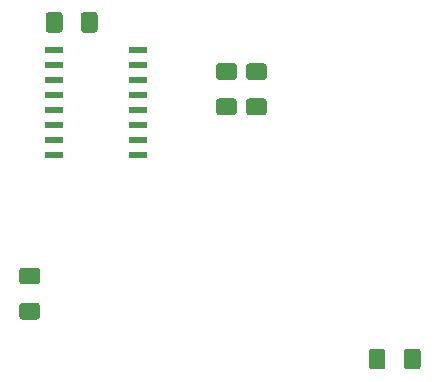
<source format=gbr>
G04 #@! TF.GenerationSoftware,KiCad,Pcbnew,5.1.6-1.fc32*
G04 #@! TF.CreationDate,2020-06-02T17:43:18-04:00*
G04 #@! TF.ProjectId,binarydispattiny,62696e61-7279-4646-9973-70617474696e,0.3*
G04 #@! TF.SameCoordinates,Original*
G04 #@! TF.FileFunction,Paste,Bot*
G04 #@! TF.FilePolarity,Positive*
%FSLAX46Y46*%
G04 Gerber Fmt 4.6, Leading zero omitted, Abs format (unit mm)*
G04 Created by KiCad (PCBNEW 5.1.6-1.fc32) date 2020-06-02 17:43:18*
%MOMM*%
%LPD*%
G01*
G04 APERTURE LIST*
%ADD10R,1.500000X0.600000*%
G04 APERTURE END LIST*
D10*
X124898500Y-82804000D03*
X124898500Y-84074000D03*
X124898500Y-85344000D03*
X124898500Y-86614000D03*
X124898500Y-87884000D03*
X124898500Y-89154000D03*
X124898500Y-90424000D03*
X124898500Y-91694000D03*
X117798500Y-91694000D03*
X117798500Y-90424000D03*
X117798500Y-89154000D03*
X117798500Y-87884000D03*
X117798500Y-86614000D03*
X117798500Y-85344000D03*
X117798500Y-84074000D03*
X117798500Y-82804000D03*
G36*
G01*
X134271860Y-86888620D02*
X135521860Y-86888620D01*
G75*
G02*
X135771860Y-87138620I0J-250000D01*
G01*
X135771860Y-88063620D01*
G75*
G02*
X135521860Y-88313620I-250000J0D01*
G01*
X134271860Y-88313620D01*
G75*
G02*
X134021860Y-88063620I0J250000D01*
G01*
X134021860Y-87138620D01*
G75*
G02*
X134271860Y-86888620I250000J0D01*
G01*
G37*
G36*
G01*
X134271860Y-83913620D02*
X135521860Y-83913620D01*
G75*
G02*
X135771860Y-84163620I0J-250000D01*
G01*
X135771860Y-85088620D01*
G75*
G02*
X135521860Y-85338620I-250000J0D01*
G01*
X134271860Y-85338620D01*
G75*
G02*
X134021860Y-85088620I0J250000D01*
G01*
X134021860Y-84163620D01*
G75*
G02*
X134271860Y-83913620I250000J0D01*
G01*
G37*
G36*
G01*
X115072000Y-104191100D02*
X116322000Y-104191100D01*
G75*
G02*
X116572000Y-104441100I0J-250000D01*
G01*
X116572000Y-105366100D01*
G75*
G02*
X116322000Y-105616100I-250000J0D01*
G01*
X115072000Y-105616100D01*
G75*
G02*
X114822000Y-105366100I0J250000D01*
G01*
X114822000Y-104441100D01*
G75*
G02*
X115072000Y-104191100I250000J0D01*
G01*
G37*
G36*
G01*
X115072000Y-101216100D02*
X116322000Y-101216100D01*
G75*
G02*
X116572000Y-101466100I0J-250000D01*
G01*
X116572000Y-102391100D01*
G75*
G02*
X116322000Y-102641100I-250000J0D01*
G01*
X115072000Y-102641100D01*
G75*
G02*
X114822000Y-102391100I0J250000D01*
G01*
X114822000Y-101466100D01*
G75*
G02*
X115072000Y-101216100I250000J0D01*
G01*
G37*
G36*
G01*
X120028000Y-81079500D02*
X120028000Y-79829500D01*
G75*
G02*
X120278000Y-79579500I250000J0D01*
G01*
X121203000Y-79579500D01*
G75*
G02*
X121453000Y-79829500I0J-250000D01*
G01*
X121453000Y-81079500D01*
G75*
G02*
X121203000Y-81329500I-250000J0D01*
G01*
X120278000Y-81329500D01*
G75*
G02*
X120028000Y-81079500I0J250000D01*
G01*
G37*
G36*
G01*
X117053000Y-81079500D02*
X117053000Y-79829500D01*
G75*
G02*
X117303000Y-79579500I250000J0D01*
G01*
X118228000Y-79579500D01*
G75*
G02*
X118478000Y-79829500I0J-250000D01*
G01*
X118478000Y-81079500D01*
G75*
G02*
X118228000Y-81329500I-250000J0D01*
G01*
X117303000Y-81329500D01*
G75*
G02*
X117053000Y-81079500I0J250000D01*
G01*
G37*
G36*
G01*
X144393560Y-109575760D02*
X144393560Y-108325760D01*
G75*
G02*
X144643560Y-108075760I250000J0D01*
G01*
X145568560Y-108075760D01*
G75*
G02*
X145818560Y-108325760I0J-250000D01*
G01*
X145818560Y-109575760D01*
G75*
G02*
X145568560Y-109825760I-250000J0D01*
G01*
X144643560Y-109825760D01*
G75*
G02*
X144393560Y-109575760I0J250000D01*
G01*
G37*
G36*
G01*
X147368560Y-109575760D02*
X147368560Y-108325760D01*
G75*
G02*
X147618560Y-108075760I250000J0D01*
G01*
X148543560Y-108075760D01*
G75*
G02*
X148793560Y-108325760I0J-250000D01*
G01*
X148793560Y-109575760D01*
G75*
G02*
X148543560Y-109825760I-250000J0D01*
G01*
X147618560Y-109825760D01*
G75*
G02*
X147368560Y-109575760I0J250000D01*
G01*
G37*
G36*
G01*
X131731860Y-86879400D02*
X132981860Y-86879400D01*
G75*
G02*
X133231860Y-87129400I0J-250000D01*
G01*
X133231860Y-88054400D01*
G75*
G02*
X132981860Y-88304400I-250000J0D01*
G01*
X131731860Y-88304400D01*
G75*
G02*
X131481860Y-88054400I0J250000D01*
G01*
X131481860Y-87129400D01*
G75*
G02*
X131731860Y-86879400I250000J0D01*
G01*
G37*
G36*
G01*
X131731860Y-83904400D02*
X132981860Y-83904400D01*
G75*
G02*
X133231860Y-84154400I0J-250000D01*
G01*
X133231860Y-85079400D01*
G75*
G02*
X132981860Y-85329400I-250000J0D01*
G01*
X131731860Y-85329400D01*
G75*
G02*
X131481860Y-85079400I0J250000D01*
G01*
X131481860Y-84154400D01*
G75*
G02*
X131731860Y-83904400I250000J0D01*
G01*
G37*
M02*

</source>
